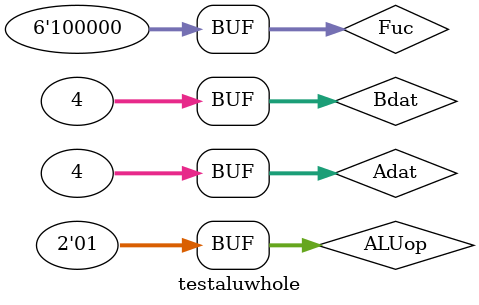
<source format=v>
`timescale 1ns / 1ps


module testaluwhole;

	// Inputs
	reg [1:0] ALUop;
	reg [5:0] Fuc;
	reg [31:0] Adat;
	reg [31:0] Bdat;

	// Outputs
	wire [31:0] Result;
	wire zero;
	wire carryout;
	wire overflow;

	// Instantiate the Unit Under Test (UUT)
	ALUwhole uut (
		.ALUop(ALUop), 
		.Fuc(Fuc), 
		.Adat(Adat), 
		.Bdat(Bdat), 
		.Result(Result), 
		.zero(zero), 
		.carryout(carryout), 
		.overflow(overflow)
	);

	initial begin
		// Initialize Inputs
		ALUop = 2'b01;
		Fuc = 6'b100000;
		Adat = 32'h4;
		Bdat = 32'h4;

		// Wait 100 ns for global reset to finish
		#100;
        
		// Add stimulus here

	end
      
endmodule


</source>
